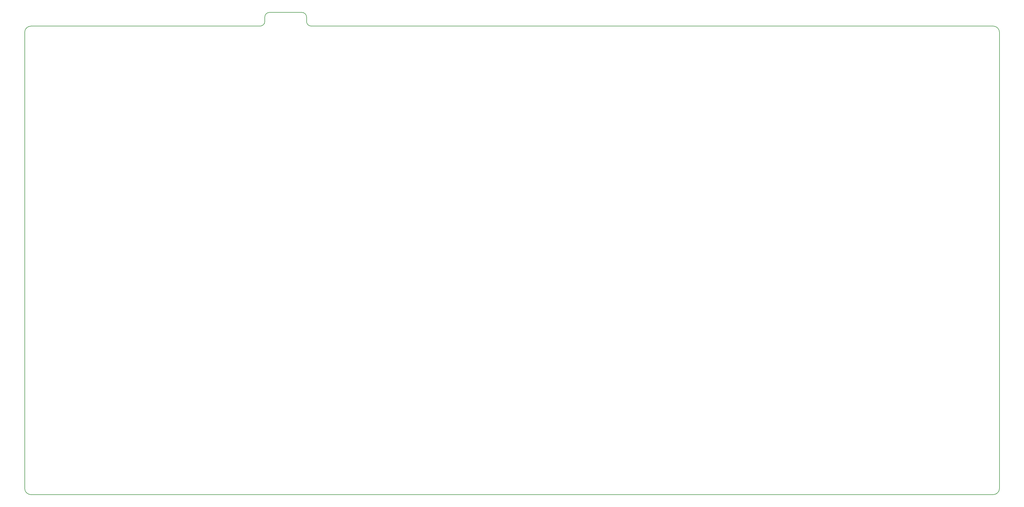
<source format=gbr>
%TF.GenerationSoftware,KiCad,Pcbnew,(5.1.7)-1*%
%TF.CreationDate,2020-10-01T02:14:01-04:00*%
%TF.ProjectId,LCK75,4c434b37-352e-46b6-9963-61645f706362,rev?*%
%TF.SameCoordinates,Original*%
%TF.FileFunction,Profile,NP*%
%FSLAX46Y46*%
G04 Gerber Fmt 4.6, Leading zero omitted, Abs format (unit mm)*
G04 Created by KiCad (PCBNEW (5.1.7)-1) date 2020-10-01 02:14:01*
%MOMM*%
%LPD*%
G01*
G04 APERTURE LIST*
%TA.AperFunction,Profile*%
%ADD10C,0.200000*%
%TD*%
G04 APERTURE END LIST*
D10*
X85605279Y-3625300D02*
G75*
G02*
X84105279Y-2125300I0J1500000D01*
G01*
X78887400Y774700D02*
X82605279Y774700D01*
X-6476482Y-33625300D02*
X-6476482Y-31625300D01*
X84105279Y-725300D02*
X84105279Y-2125300D01*
X70693356Y-725300D02*
X70693356Y-2125300D01*
X-4476482Y-3625300D02*
X69193356Y-3625300D01*
X304798868Y-3625300D02*
G75*
G02*
X306798868Y-5625300I0J-2000000D01*
G01*
X74087400Y774700D02*
X72193356Y774700D01*
X306798868Y-152400270D02*
G75*
G02*
X304798868Y-154400270I-2000000J0D01*
G01*
X-6476482Y-33625300D02*
X-6476482Y-64437600D01*
X85605279Y-3625300D02*
X304798868Y-3625300D01*
X76487400Y774700D02*
X78887400Y774700D01*
X70693356Y-2125300D02*
G75*
G02*
X69193356Y-3625300I-1500000J0D01*
G01*
X-6476482Y-31625300D02*
X-6476482Y-5625300D01*
X254935868Y-154400270D02*
X304798868Y-154400270D01*
X-4476482Y-154400270D02*
X254935868Y-154400270D01*
X70693356Y-725300D02*
G75*
G02*
X72193356Y774700I1500000J0D01*
G01*
X306798868Y-152400270D02*
X306798868Y-5626100D01*
X-6476482Y-5625300D02*
G75*
G02*
X-4476482Y-3625300I2000000J0D01*
G01*
X-4476482Y-154400270D02*
G75*
G02*
X-6476482Y-152400270I0J2000000D01*
G01*
X82605279Y774700D02*
G75*
G02*
X84105279Y-725300I0J-1500000D01*
G01*
X76487400Y774700D02*
X74087400Y774700D01*
X-6476482Y-64437600D02*
X-6476482Y-152400270D01*
M02*

</source>
